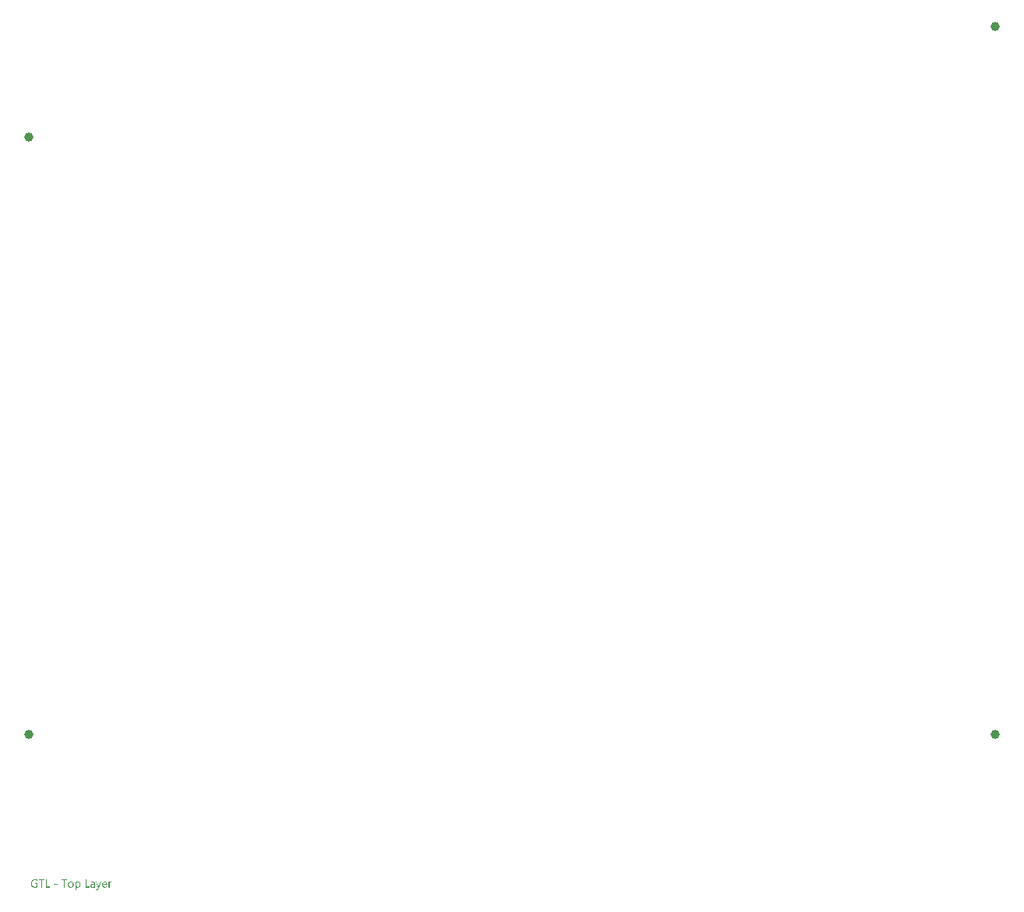
<source format=gtl>
G04*
G04 #@! TF.GenerationSoftware,Altium Limited,Altium Designer,22.11.1 (43)*
G04*
G04 Layer_Physical_Order=1*
G04 Layer_Color=255*
%FSAX26Y26*%
%MOIN*%
G70*
G04*
G04 #@! TF.SameCoordinates,4DE1539D-3C2F-4BBE-9D22-D2A5EFC50442*
G04*
G04*
G04 #@! TF.FilePolarity,Positive*
G04*
G01*
G75*
%ADD11C,0.039370*%
G36*
X00106216Y-00067289D02*
X00106710Y-00067320D01*
X00107297Y-00067351D01*
X00107915Y-00067412D01*
X00108626Y-00067505D01*
X00109368Y-00067598D01*
X00110140Y-00067722D01*
X00110944Y-00067876D01*
X00111747Y-00068061D01*
X00112550Y-00068278D01*
X00113354Y-00068525D01*
X00114157Y-00068803D01*
X00114899Y-00069143D01*
X00114899Y-00073685D01*
X00114837Y-00073654D01*
X00114713Y-00073562D01*
X00114466Y-00073438D01*
X00114157Y-00073253D01*
X00113725Y-00073067D01*
X00113230Y-00072820D01*
X00112674Y-00072604D01*
X00112025Y-00072326D01*
X00111345Y-00072078D01*
X00110573Y-00071831D01*
X00109739Y-00071615D01*
X00108842Y-00071430D01*
X00107885Y-00071244D01*
X00106896Y-00071121D01*
X00105876Y-00071028D01*
X00104794Y-00070997D01*
X00104547Y-00070997D01*
X00104238Y-00071028D01*
X00103806Y-00071059D01*
X00103311Y-00071121D01*
X00102724Y-00071213D01*
X00102075Y-00071337D01*
X00101365Y-00071491D01*
X00100623Y-00071708D01*
X00099850Y-00071986D01*
X00099047Y-00072326D01*
X00098213Y-00072727D01*
X00097409Y-00073191D01*
X00096637Y-00073716D01*
X00095864Y-00074365D01*
X00095123Y-00075076D01*
X00095092Y-00075107D01*
X00094968Y-00075261D01*
X00094783Y-00075477D01*
X00094536Y-00075817D01*
X00094258Y-00076219D01*
X00093918Y-00076683D01*
X00093578Y-00077270D01*
X00093238Y-00077918D01*
X00092898Y-00078629D01*
X00092558Y-00079433D01*
X00092218Y-00080298D01*
X00091940Y-00081225D01*
X00091693Y-00082214D01*
X00091507Y-00083264D01*
X00091384Y-00084407D01*
X00091353Y-00085582D01*
X00091353Y-00085613D01*
X00091353Y-00085644D01*
X00091353Y-00085736D01*
X00091353Y-00085860D01*
X00091353Y-00086045D01*
X00091384Y-00086231D01*
X00091415Y-00086694D01*
X00091446Y-00087250D01*
X00091538Y-00087899D01*
X00091631Y-00088610D01*
X00091786Y-00089382D01*
X00091971Y-00090217D01*
X00092218Y-00091082D01*
X00092496Y-00091947D01*
X00092836Y-00092843D01*
X00093238Y-00093708D01*
X00093701Y-00094543D01*
X00094227Y-00095346D01*
X00094845Y-00096088D01*
X00094876Y-00096119D01*
X00094999Y-00096242D01*
X00095216Y-00096428D01*
X00095494Y-00096675D01*
X00095834Y-00096953D01*
X00096266Y-00097293D01*
X00096760Y-00097633D01*
X00097348Y-00097973D01*
X00097996Y-00098343D01*
X00098707Y-00098683D01*
X00099480Y-00098992D01*
X00100345Y-00099301D01*
X00101241Y-00099549D01*
X00102230Y-00099734D01*
X00103249Y-00099858D01*
X00104362Y-00099888D01*
X00104764Y-00099888D01*
X00105042Y-00099858D01*
X00105412Y-00099827D01*
X00105814Y-00099796D01*
X00106278Y-00099765D01*
X00106803Y-00099672D01*
X00107328Y-00099610D01*
X00107915Y-00099487D01*
X00109090Y-00099209D01*
X00109708Y-00099023D01*
X00110295Y-00098776D01*
X00110882Y-00098529D01*
X00111469Y-00098251D01*
X00111469Y-00088394D01*
X00103775Y-00088394D01*
X00103775Y-00084655D01*
X00115609Y-00084655D01*
X00115609Y-00100599D01*
X00115548Y-00100630D01*
X00115362Y-00100723D01*
X00115084Y-00100877D01*
X00114683Y-00101063D01*
X00114188Y-00101279D01*
X00113601Y-00101526D01*
X00112921Y-00101804D01*
X00112149Y-00102082D01*
X00111314Y-00102360D01*
X00110387Y-00102638D01*
X00109430Y-00102886D01*
X00108410Y-00103102D01*
X00107328Y-00103287D01*
X00106185Y-00103442D01*
X00105042Y-00103535D01*
X00103837Y-00103566D01*
X00103497Y-00103566D01*
X00103342Y-00103535D01*
X00103126Y-00103535D01*
X00102879Y-00103504D01*
X00102601Y-00103504D01*
X00101952Y-00103411D01*
X00101210Y-00103318D01*
X00100407Y-00103164D01*
X00099511Y-00102948D01*
X00098553Y-00102700D01*
X00097564Y-00102391D01*
X00096544Y-00101990D01*
X00095525Y-00101526D01*
X00094505Y-00100970D01*
X00093516Y-00100321D01*
X00092558Y-00099579D01*
X00091662Y-00098745D01*
X00091600Y-00098683D01*
X00091477Y-00098529D01*
X00091229Y-00098251D01*
X00090951Y-00097849D01*
X00090581Y-00097385D01*
X00090210Y-00096798D01*
X00089777Y-00096088D01*
X00089344Y-00095315D01*
X00088912Y-00094450D01*
X00088479Y-00093461D01*
X00088109Y-00092411D01*
X00087738Y-00091267D01*
X00087460Y-00090062D01*
X00087212Y-00088734D01*
X00087089Y-00087343D01*
X00087027Y-00085891D01*
X00087027Y-00085860D01*
X00087027Y-00085798D01*
X00087027Y-00085674D01*
X00087027Y-00085520D01*
X00087058Y-00085335D01*
X00087058Y-00085087D01*
X00087089Y-00084840D01*
X00087120Y-00084531D01*
X00087151Y-00084191D01*
X00087181Y-00083851D01*
X00087305Y-00083048D01*
X00087460Y-00082121D01*
X00087676Y-00081163D01*
X00087954Y-00080112D01*
X00088294Y-00079031D01*
X00088696Y-00077918D01*
X00089190Y-00076806D01*
X00089808Y-00075694D01*
X00090488Y-00074581D01*
X00091291Y-00073531D01*
X00092187Y-00072511D01*
X00092249Y-00072449D01*
X00092434Y-00072295D01*
X00092713Y-00072017D01*
X00093114Y-00071677D01*
X00093640Y-00071306D01*
X00094227Y-00070842D01*
X00094937Y-00070379D01*
X00095772Y-00069885D01*
X00096668Y-00069390D01*
X00097657Y-00068927D01*
X00098707Y-00068463D01*
X00099881Y-00068092D01*
X00101117Y-00067752D01*
X00102415Y-00067474D01*
X00103806Y-00067320D01*
X00105258Y-00067258D01*
X00105814Y-00067258D01*
X00106216Y-00067289D01*
X00106216Y-00067289D02*
G37*
G36*
X00289638Y-00077331D02*
X00289978Y-00077362D01*
X00290380Y-00077393D01*
X00290843Y-00077486D01*
X00291369Y-00077579D01*
X00291956Y-00077733D01*
X00292543Y-00077918D01*
X00293161Y-00078135D01*
X00293779Y-00078413D01*
X00294428Y-00078722D01*
X00295046Y-00079124D01*
X00295633Y-00079587D01*
X00296220Y-00080112D01*
X00296745Y-00080700D01*
X00296776Y-00080730D01*
X00296869Y-00080854D01*
X00296993Y-00081039D01*
X00297178Y-00081317D01*
X00297363Y-00081657D01*
X00297611Y-00082059D01*
X00297858Y-00082553D01*
X00298105Y-00083079D01*
X00298352Y-00083697D01*
X00298599Y-00084377D01*
X00298846Y-00085118D01*
X00299032Y-00085922D01*
X00299217Y-00086787D01*
X00299341Y-00087714D01*
X00299434Y-00088703D01*
X00299464Y-00089722D01*
X00299464Y-00089753D01*
X00299464Y-00089784D01*
X00299464Y-00089877D01*
X00299464Y-00090000D01*
X00299434Y-00090340D01*
X00299403Y-00090773D01*
X00299372Y-00091298D01*
X00299310Y-00091916D01*
X00299217Y-00092596D01*
X00299094Y-00093338D01*
X00298908Y-00094110D01*
X00298723Y-00094944D01*
X00298476Y-00095779D01*
X00298167Y-00096613D01*
X00297827Y-00097447D01*
X00297425Y-00098282D01*
X00296931Y-00099054D01*
X00296405Y-00099796D01*
X00296375Y-00099827D01*
X00296251Y-00099950D01*
X00296096Y-00100136D01*
X00295849Y-00100383D01*
X00295540Y-00100661D01*
X00295169Y-00101001D01*
X00294706Y-00101341D01*
X00294212Y-00101681D01*
X00293655Y-00102020D01*
X00293006Y-00102360D01*
X00292327Y-00102700D01*
X00291585Y-00102978D01*
X00290782Y-00103226D01*
X00289916Y-00103411D01*
X00288989Y-00103535D01*
X00288031Y-00103566D01*
X00287815Y-00103566D01*
X00287568Y-00103535D01*
X00287228Y-00103504D01*
X00286826Y-00103442D01*
X00286363Y-00103349D01*
X00285838Y-00103226D01*
X00285250Y-00103040D01*
X00284663Y-00102824D01*
X00284045Y-00102546D01*
X00283427Y-00102206D01*
X00282779Y-00101804D01*
X00282161Y-00101310D01*
X00281573Y-00100754D01*
X00281017Y-00100105D01*
X00280492Y-00099363D01*
X00280399Y-00099363D01*
X00280399Y-00114504D01*
X00276382Y-00114504D01*
X00276382Y-00077888D01*
X00280399Y-00077888D01*
X00280399Y-00082306D01*
X00280492Y-00082306D01*
X00280523Y-00082245D01*
X00280646Y-00082090D01*
X00280801Y-00081843D01*
X00281048Y-00081534D01*
X00281357Y-00081132D01*
X00281728Y-00080730D01*
X00282191Y-00080267D01*
X00282686Y-00079803D01*
X00283273Y-00079340D01*
X00283922Y-00078876D01*
X00284632Y-00078475D01*
X00285405Y-00078073D01*
X00286239Y-00077764D01*
X00287166Y-00077517D01*
X00288124Y-00077362D01*
X00289175Y-00077300D01*
X00289391Y-00077300D01*
X00289638Y-00077331D01*
X00289638Y-00077331D02*
G37*
G36*
X00430542Y-00077486D02*
X00430882Y-00077486D01*
X00431253Y-00077548D01*
X00431655Y-00077609D01*
X00432056Y-00077671D01*
X00432396Y-00077795D01*
X00432396Y-00081966D01*
X00432334Y-00081936D01*
X00432211Y-00081843D01*
X00431964Y-00081719D01*
X00431624Y-00081565D01*
X00431160Y-00081410D01*
X00430666Y-00081287D01*
X00430048Y-00081194D01*
X00429337Y-00081163D01*
X00429090Y-00081163D01*
X00428905Y-00081194D01*
X00428688Y-00081225D01*
X00428441Y-00081287D01*
X00427854Y-00081472D01*
X00427514Y-00081596D01*
X00427174Y-00081750D01*
X00426803Y-00081966D01*
X00426433Y-00082183D01*
X00426093Y-00082461D01*
X00425722Y-00082801D01*
X00425382Y-00083171D01*
X00425042Y-00083604D01*
X00425011Y-00083635D01*
X00424980Y-00083728D01*
X00424888Y-00083851D01*
X00424764Y-00084037D01*
X00424640Y-00084284D01*
X00424486Y-00084593D01*
X00424331Y-00084933D01*
X00424177Y-00085335D01*
X00424022Y-00085767D01*
X00423868Y-00086261D01*
X00423713Y-00086818D01*
X00423590Y-00087405D01*
X00423466Y-00088054D01*
X00423373Y-00088734D01*
X00423343Y-00089444D01*
X00423312Y-00090217D01*
X00423312Y-00102978D01*
X00419295Y-00102978D01*
X00419295Y-00077888D01*
X00423312Y-00077888D01*
X00423312Y-00083079D01*
X00423404Y-00083079D01*
X00423404Y-00083048D01*
X00423435Y-00082955D01*
X00423497Y-00082832D01*
X00423559Y-00082646D01*
X00423652Y-00082430D01*
X00423775Y-00082152D01*
X00424053Y-00081565D01*
X00424424Y-00080885D01*
X00424888Y-00080205D01*
X00425413Y-00079556D01*
X00426031Y-00078938D01*
X00426062Y-00078907D01*
X00426124Y-00078876D01*
X00426216Y-00078815D01*
X00426340Y-00078691D01*
X00426494Y-00078598D01*
X00426711Y-00078475D01*
X00427174Y-00078197D01*
X00427761Y-00077918D01*
X00428441Y-00077671D01*
X00429183Y-00077517D01*
X00429584Y-00077486D01*
X00429986Y-00077455D01*
X00430233Y-00077455D01*
X00430542Y-00077486D01*
X00430542Y-00077486D02*
G37*
G36*
X00199719Y-00090588D02*
X00186340Y-00090588D01*
X00186340Y-00087436D01*
X00199719Y-00087436D01*
X00199719Y-00090588D01*
X00199719Y-00090588D02*
G37*
G36*
X00377209Y-00106995D02*
X00377209Y-00107026D01*
X00377178Y-00107088D01*
X00377116Y-00107181D01*
X00377054Y-00107335D01*
X00376993Y-00107521D01*
X00376900Y-00107706D01*
X00376653Y-00108201D01*
X00376313Y-00108788D01*
X00375942Y-00109467D01*
X00375478Y-00110147D01*
X00374953Y-00110889D01*
X00374366Y-00111600D01*
X00373717Y-00112310D01*
X00373007Y-00112990D01*
X00372234Y-00113577D01*
X00371400Y-00114072D01*
X00370967Y-00114257D01*
X00370504Y-00114442D01*
X00370040Y-00114597D01*
X00369546Y-00114689D01*
X00369051Y-00114751D01*
X00368526Y-00114782D01*
X00368279Y-00114782D01*
X00367970Y-00114751D01*
X00367599Y-00114751D01*
X00367197Y-00114689D01*
X00366765Y-00114628D01*
X00366301Y-00114566D01*
X00365899Y-00114442D01*
X00365899Y-00110858D01*
X00365961Y-00110889D01*
X00366116Y-00110920D01*
X00366363Y-00110981D01*
X00366672Y-00111074D01*
X00367043Y-00111167D01*
X00367445Y-00111229D01*
X00367877Y-00111260D01*
X00368279Y-00111290D01*
X00368402Y-00111290D01*
X00368557Y-00111260D01*
X00368773Y-00111229D01*
X00369020Y-00111167D01*
X00369329Y-00111105D01*
X00369638Y-00110981D01*
X00370009Y-00110827D01*
X00370349Y-00110642D01*
X00370751Y-00110394D01*
X00371122Y-00110116D01*
X00371492Y-00109776D01*
X00371863Y-00109344D01*
X00372234Y-00108880D01*
X00372543Y-00108324D01*
X00372852Y-00107675D01*
X00374861Y-00102948D01*
X00365065Y-00077888D01*
X00369515Y-00077888D01*
X00376313Y-00097200D01*
X00376313Y-00097231D01*
X00376344Y-00097293D01*
X00376375Y-00097385D01*
X00376436Y-00097571D01*
X00376498Y-00097818D01*
X00376560Y-00098158D01*
X00376684Y-00098591D01*
X00376807Y-00099116D01*
X00376962Y-00099116D01*
X00376962Y-00099085D01*
X00376993Y-00098992D01*
X00377024Y-00098869D01*
X00377085Y-00098652D01*
X00377147Y-00098405D01*
X00377209Y-00098096D01*
X00377332Y-00097695D01*
X00377456Y-00097262D01*
X00384594Y-00077888D01*
X00388735Y-00077888D01*
X00377209Y-00106995D01*
X00377209Y-00106995D02*
G37*
G36*
X00352736Y-00077331D02*
X00352952Y-00077331D01*
X00353169Y-00077362D01*
X00353447Y-00077393D01*
X00353756Y-00077455D01*
X00354405Y-00077579D01*
X00355177Y-00077795D01*
X00355950Y-00078073D01*
X00356784Y-00078475D01*
X00357618Y-00078969D01*
X00358020Y-00079247D01*
X00358422Y-00079587D01*
X00358793Y-00079958D01*
X00359163Y-00080329D01*
X00359503Y-00080761D01*
X00359812Y-00081256D01*
X00360121Y-00081750D01*
X00360399Y-00082306D01*
X00360616Y-00082924D01*
X00360832Y-00083573D01*
X00360986Y-00084253D01*
X00361110Y-00085025D01*
X00361172Y-00085798D01*
X00361203Y-00086663D01*
X00361203Y-00102978D01*
X00357186Y-00102978D01*
X00357186Y-00099085D01*
X00357093Y-00099085D01*
X00357062Y-00099147D01*
X00356969Y-00099270D01*
X00356815Y-00099487D01*
X00356599Y-00099796D01*
X00356320Y-00100136D01*
X00355981Y-00100506D01*
X00355610Y-00100908D01*
X00355146Y-00101310D01*
X00354621Y-00101742D01*
X00354065Y-00102144D01*
X00353416Y-00102515D01*
X00352736Y-00102855D01*
X00351964Y-00103164D01*
X00351160Y-00103380D01*
X00350295Y-00103504D01*
X00349368Y-00103566D01*
X00348997Y-00103566D01*
X00348750Y-00103535D01*
X00348441Y-00103504D01*
X00348070Y-00103473D01*
X00347668Y-00103411D01*
X00347236Y-00103318D01*
X00346278Y-00103071D01*
X00345815Y-00102917D01*
X00345320Y-00102731D01*
X00344826Y-00102515D01*
X00344362Y-00102237D01*
X00343930Y-00101928D01*
X00343497Y-00101588D01*
X00343466Y-00101557D01*
X00343404Y-00101495D01*
X00343312Y-00101372D01*
X00343157Y-00101217D01*
X00343003Y-00101032D01*
X00342848Y-00100784D01*
X00342632Y-00100506D01*
X00342446Y-00100197D01*
X00342261Y-00099827D01*
X00342076Y-00099425D01*
X00341890Y-00098992D01*
X00341736Y-00098529D01*
X00341581Y-00098034D01*
X00341488Y-00097509D01*
X00341427Y-00096922D01*
X00341396Y-00096335D01*
X00341396Y-00096304D01*
X00341396Y-00096242D01*
X00341396Y-00096150D01*
X00341427Y-00096026D01*
X00341427Y-00095871D01*
X00341458Y-00095686D01*
X00341519Y-00095222D01*
X00341643Y-00094666D01*
X00341828Y-00094048D01*
X00342076Y-00093368D01*
X00342446Y-00092658D01*
X00342879Y-00091947D01*
X00343404Y-00091236D01*
X00343744Y-00090897D01*
X00344084Y-00090557D01*
X00344486Y-00090217D01*
X00344887Y-00089908D01*
X00345351Y-00089599D01*
X00345845Y-00089321D01*
X00346371Y-00089073D01*
X00346958Y-00088826D01*
X00347576Y-00088610D01*
X00348225Y-00088424D01*
X00348935Y-00088270D01*
X00349677Y-00088146D01*
X00357186Y-00087096D01*
X00357186Y-00087065D01*
X00357186Y-00087034D01*
X00357186Y-00086941D01*
X00357186Y-00086818D01*
X00357155Y-00086509D01*
X00357093Y-00086107D01*
X00357031Y-00085613D01*
X00356908Y-00085056D01*
X00356753Y-00084500D01*
X00356537Y-00083882D01*
X00356259Y-00083295D01*
X00355919Y-00082708D01*
X00355517Y-00082183D01*
X00355023Y-00081688D01*
X00354405Y-00081287D01*
X00353725Y-00080978D01*
X00353354Y-00080854D01*
X00352921Y-00080761D01*
X00352489Y-00080730D01*
X00352025Y-00080700D01*
X00351809Y-00080700D01*
X00351593Y-00080730D01*
X00351253Y-00080761D01*
X00350851Y-00080792D01*
X00350388Y-00080854D01*
X00349862Y-00080947D01*
X00349306Y-00081070D01*
X00348688Y-00081256D01*
X00348039Y-00081441D01*
X00347360Y-00081688D01*
X00346649Y-00081997D01*
X00345938Y-00082368D01*
X00345227Y-00082770D01*
X00344517Y-00083233D01*
X00343837Y-00083790D01*
X00343837Y-00079680D01*
X00343868Y-00079649D01*
X00343991Y-00079587D01*
X00344208Y-00079463D01*
X00344486Y-00079309D01*
X00344857Y-00079124D01*
X00345258Y-00078938D01*
X00345753Y-00078722D01*
X00346309Y-00078475D01*
X00346896Y-00078258D01*
X00347545Y-00078042D01*
X00348256Y-00077857D01*
X00348997Y-00077671D01*
X00349801Y-00077517D01*
X00350604Y-00077393D01*
X00351469Y-00077331D01*
X00352365Y-00077300D01*
X00352582Y-00077300D01*
X00352736Y-00077331D01*
X00352736Y-00077331D02*
G37*
G36*
X00324308Y-00099270D02*
X00338429Y-00099270D01*
X00338429Y-00102978D01*
X00320198Y-00102978D01*
X00320198Y-00067845D01*
X00324308Y-00067845D01*
X00324308Y-00099270D01*
X00324308Y-00099270D02*
G37*
G36*
X00241990Y-00071584D02*
X00231855Y-00071584D01*
X00231855Y-00102978D01*
X00227746Y-00102978D01*
X00227746Y-00071584D01*
X00217610Y-00071584D01*
X00217610Y-00067845D01*
X00241990Y-00067845D01*
X00241990Y-00071584D01*
X00241990Y-00071584D02*
G37*
G36*
X00154173Y-00099270D02*
X00168294Y-00099270D01*
X00168294Y-00102978D01*
X00150063Y-00102978D01*
X00150063Y-00067845D01*
X00154173Y-00067845D01*
X00154173Y-00099270D01*
X00154173Y-00099270D02*
G37*
G36*
X00144532Y-00071584D02*
X00134397Y-00071584D01*
X00134397Y-00102978D01*
X00130287Y-00102978D01*
X00130287Y-00071584D01*
X00120152Y-00071584D01*
X00120152Y-00067845D01*
X00144532Y-00067845D01*
X00144532Y-00071584D01*
X00144532Y-00071584D02*
G37*
G36*
X00403381Y-00077331D02*
X00403721Y-00077362D01*
X00404154Y-00077393D01*
X00404617Y-00077455D01*
X00405142Y-00077579D01*
X00405699Y-00077702D01*
X00406317Y-00077857D01*
X00406935Y-00078073D01*
X00407553Y-00078351D01*
X00408202Y-00078660D01*
X00408820Y-00079031D01*
X00409407Y-00079463D01*
X00409994Y-00079958D01*
X00410519Y-00080514D01*
X00410550Y-00080545D01*
X00410643Y-00080669D01*
X00410766Y-00080854D01*
X00410952Y-00081101D01*
X00411137Y-00081410D01*
X00411384Y-00081812D01*
X00411632Y-00082275D01*
X00411879Y-00082801D01*
X00412126Y-00083419D01*
X00412373Y-00084068D01*
X00412620Y-00084809D01*
X00412806Y-00085582D01*
X00412991Y-00086447D01*
X00413115Y-00087343D01*
X00413207Y-00088332D01*
X00413238Y-00089352D01*
X00413238Y-00091453D01*
X00395502Y-00091453D01*
X00395502Y-00091514D01*
X00395502Y-00091638D01*
X00395533Y-00091854D01*
X00395563Y-00092132D01*
X00395594Y-00092503D01*
X00395656Y-00092905D01*
X00395718Y-00093338D01*
X00395842Y-00093832D01*
X00396120Y-00094883D01*
X00396305Y-00095408D01*
X00396521Y-00095964D01*
X00396769Y-00096489D01*
X00397047Y-00097015D01*
X00397387Y-00097478D01*
X00397757Y-00097942D01*
X00397788Y-00097973D01*
X00397850Y-00098034D01*
X00397974Y-00098158D01*
X00398159Y-00098282D01*
X00398375Y-00098467D01*
X00398654Y-00098652D01*
X00398962Y-00098869D01*
X00399302Y-00099054D01*
X00399704Y-00099270D01*
X00400168Y-00099487D01*
X00400631Y-00099672D01*
X00401187Y-00099858D01*
X00401743Y-00099981D01*
X00402361Y-00100105D01*
X00403010Y-00100166D01*
X00403690Y-00100197D01*
X00403876Y-00100197D01*
X00404092Y-00100166D01*
X00404401Y-00100166D01*
X00404772Y-00100105D01*
X00405204Y-00100043D01*
X00405699Y-00099950D01*
X00406255Y-00099858D01*
X00406842Y-00099703D01*
X00407460Y-00099518D01*
X00408109Y-00099301D01*
X00408758Y-00099023D01*
X00409438Y-00098714D01*
X00410117Y-00098343D01*
X00410797Y-00097911D01*
X00411477Y-00097416D01*
X00411477Y-00101186D01*
X00411446Y-00101217D01*
X00411322Y-00101279D01*
X00411137Y-00101403D01*
X00410890Y-00101557D01*
X00410550Y-00101742D01*
X00410148Y-00101928D01*
X00409685Y-00102144D01*
X00409159Y-00102360D01*
X00408541Y-00102608D01*
X00407893Y-00102824D01*
X00407182Y-00103009D01*
X00406409Y-00103195D01*
X00405575Y-00103349D01*
X00404679Y-00103473D01*
X00403721Y-00103535D01*
X00402732Y-00103566D01*
X00402485Y-00103566D01*
X00402238Y-00103535D01*
X00401867Y-00103504D01*
X00401404Y-00103473D01*
X00400878Y-00103380D01*
X00400322Y-00103287D01*
X00399704Y-00103133D01*
X00399055Y-00102948D01*
X00398375Y-00102731D01*
X00397665Y-00102453D01*
X00396985Y-00102144D01*
X00396274Y-00101742D01*
X00395625Y-00101279D01*
X00394976Y-00100754D01*
X00394389Y-00100166D01*
X00394358Y-00100136D01*
X00394266Y-00100012D01*
X00394111Y-00099796D01*
X00393926Y-00099518D01*
X00393679Y-00099178D01*
X00393431Y-00098745D01*
X00393153Y-00098251D01*
X00392875Y-00097664D01*
X00392597Y-00097046D01*
X00392319Y-00096304D01*
X00392072Y-00095531D01*
X00391825Y-00094666D01*
X00391639Y-00093739D01*
X00391485Y-00092751D01*
X00391392Y-00091669D01*
X00391361Y-00090557D01*
X00391361Y-00090526D01*
X00391361Y-00090495D01*
X00391361Y-00090402D01*
X00391361Y-00090309D01*
X00391392Y-00090000D01*
X00391423Y-00089568D01*
X00391454Y-00089073D01*
X00391546Y-00088517D01*
X00391639Y-00087868D01*
X00391763Y-00087158D01*
X00391948Y-00086416D01*
X00392164Y-00085644D01*
X00392443Y-00084840D01*
X00392752Y-00084037D01*
X00393122Y-00083264D01*
X00393586Y-00082461D01*
X00394080Y-00081719D01*
X00394667Y-00081008D01*
X00394698Y-00080978D01*
X00394822Y-00080854D01*
X00395007Y-00080669D01*
X00395255Y-00080421D01*
X00395594Y-00080143D01*
X00395996Y-00079834D01*
X00396429Y-00079494D01*
X00396954Y-00079154D01*
X00397510Y-00078815D01*
X00398159Y-00078475D01*
X00398839Y-00078166D01*
X00399550Y-00077888D01*
X00400322Y-00077640D01*
X00401156Y-00077455D01*
X00402022Y-00077331D01*
X00402918Y-00077300D01*
X00403134Y-00077300D01*
X00403381Y-00077331D01*
X00403381Y-00077331D02*
G37*
G36*
X00258584Y-00077331D02*
X00258986Y-00077362D01*
X00259449Y-00077393D01*
X00260005Y-00077486D01*
X00260592Y-00077579D01*
X00261241Y-00077733D01*
X00261952Y-00077918D01*
X00262663Y-00078135D01*
X00263373Y-00078413D01*
X00264115Y-00078753D01*
X00264826Y-00079154D01*
X00265536Y-00079618D01*
X00266185Y-00080143D01*
X00266803Y-00080761D01*
X00266834Y-00080792D01*
X00266927Y-00080916D01*
X00267081Y-00081132D01*
X00267298Y-00081410D01*
X00267545Y-00081750D01*
X00267792Y-00082183D01*
X00268101Y-00082677D01*
X00268379Y-00083264D01*
X00268688Y-00083913D01*
X00268966Y-00084624D01*
X00269213Y-00085396D01*
X00269461Y-00086261D01*
X00269677Y-00087189D01*
X00269831Y-00088177D01*
X00269924Y-00089228D01*
X00269955Y-00090340D01*
X00269955Y-00090371D01*
X00269955Y-00090402D01*
X00269955Y-00090495D01*
X00269955Y-00090618D01*
X00269924Y-00090927D01*
X00269893Y-00091329D01*
X00269862Y-00091854D01*
X00269770Y-00092442D01*
X00269677Y-00093090D01*
X00269522Y-00093801D01*
X00269337Y-00094543D01*
X00269121Y-00095346D01*
X00268843Y-00096150D01*
X00268534Y-00096953D01*
X00268132Y-00097756D01*
X00267668Y-00098529D01*
X00267143Y-00099270D01*
X00266556Y-00099981D01*
X00266525Y-00100012D01*
X00266401Y-00100136D01*
X00266216Y-00100321D01*
X00265938Y-00100537D01*
X00265598Y-00100815D01*
X00265196Y-00101124D01*
X00264702Y-00101433D01*
X00264146Y-00101773D01*
X00263528Y-00102113D01*
X00262848Y-00102422D01*
X00262106Y-00102731D01*
X00261303Y-00103009D01*
X00260407Y-00103226D01*
X00259480Y-00103411D01*
X00258522Y-00103535D01*
X00257471Y-00103566D01*
X00257224Y-00103566D01*
X00256946Y-00103535D01*
X00256544Y-00103504D01*
X00256081Y-00103473D01*
X00255525Y-00103380D01*
X00254938Y-00103287D01*
X00254289Y-00103133D01*
X00253578Y-00102948D01*
X00252867Y-00102700D01*
X00252126Y-00102422D01*
X00251384Y-00102082D01*
X00250643Y-00101681D01*
X00249901Y-00101217D01*
X00249221Y-00100692D01*
X00248572Y-00100074D01*
X00248541Y-00100043D01*
X00248418Y-00099919D01*
X00248263Y-00099703D01*
X00248047Y-00099425D01*
X00247800Y-00099085D01*
X00247522Y-00098652D01*
X00247244Y-00098158D01*
X00246935Y-00097571D01*
X00246625Y-00096953D01*
X00246316Y-00096242D01*
X00246038Y-00095470D01*
X00245791Y-00094635D01*
X00245575Y-00093770D01*
X00245420Y-00092812D01*
X00245297Y-00091793D01*
X00245266Y-00090742D01*
X00245266Y-00090711D01*
X00245266Y-00090680D01*
X00245266Y-00090588D01*
X00245266Y-00090464D01*
X00245297Y-00090124D01*
X00245328Y-00089691D01*
X00245359Y-00089166D01*
X00245451Y-00088548D01*
X00245544Y-00087868D01*
X00245698Y-00087127D01*
X00245884Y-00086354D01*
X00246100Y-00085551D01*
X00246378Y-00084716D01*
X00246718Y-00083882D01*
X00247120Y-00083079D01*
X00247553Y-00082306D01*
X00248078Y-00081565D01*
X00248696Y-00080854D01*
X00248727Y-00080823D01*
X00248850Y-00080700D01*
X00249067Y-00080514D01*
X00249345Y-00080298D01*
X00249685Y-00080020D01*
X00250117Y-00079742D01*
X00250612Y-00079402D01*
X00251168Y-00079062D01*
X00251786Y-00078753D01*
X00252496Y-00078413D01*
X00253269Y-00078135D01*
X00254103Y-00077857D01*
X00254999Y-00077640D01*
X00255957Y-00077455D01*
X00256977Y-00077331D01*
X00258058Y-00077300D01*
X00258306Y-00077300D01*
X00258584Y-00077331D01*
X00258584Y-00077331D02*
G37*
%LPC*%
G36*
X00288186Y-00080700D02*
X00287846Y-00080700D01*
X00287599Y-00080730D01*
X00287290Y-00080761D01*
X00286950Y-00080823D01*
X00286579Y-00080916D01*
X00286147Y-00081008D01*
X00285714Y-00081132D01*
X00285250Y-00081287D01*
X00284787Y-00081503D01*
X00284324Y-00081719D01*
X00283860Y-00081997D01*
X00283397Y-00082337D01*
X00282933Y-00082708D01*
X00282531Y-00083141D01*
X00282500Y-00083171D01*
X00282439Y-00083264D01*
X00282346Y-00083388D01*
X00282191Y-00083573D01*
X00282037Y-00083820D01*
X00281851Y-00084099D01*
X00281666Y-00084438D01*
X00281481Y-00084809D01*
X00281264Y-00085242D01*
X00281079Y-00085705D01*
X00280894Y-00086200D01*
X00280739Y-00086756D01*
X00280585Y-00087343D01*
X00280492Y-00087930D01*
X00280430Y-00088579D01*
X00280399Y-00089259D01*
X00280399Y-00092751D01*
X00280399Y-00092781D01*
X00280399Y-00092874D01*
X00280399Y-00093059D01*
X00280430Y-00093276D01*
X00280461Y-00093554D01*
X00280492Y-00093863D01*
X00280554Y-00094203D01*
X00280646Y-00094574D01*
X00280894Y-00095408D01*
X00281048Y-00095841D01*
X00281233Y-00096304D01*
X00281481Y-00096737D01*
X00281759Y-00097200D01*
X00282068Y-00097633D01*
X00282408Y-00098034D01*
X00282439Y-00098065D01*
X00282500Y-00098127D01*
X00282624Y-00098220D01*
X00282779Y-00098374D01*
X00282964Y-00098529D01*
X00283211Y-00098714D01*
X00283489Y-00098900D01*
X00283829Y-00099116D01*
X00284169Y-00099301D01*
X00284571Y-00099518D01*
X00285003Y-00099703D01*
X00285436Y-00099858D01*
X00285930Y-00100012D01*
X00286456Y-00100105D01*
X00287012Y-00100166D01*
X00287568Y-00100197D01*
X00287723Y-00100197D01*
X00287908Y-00100166D01*
X00288186Y-00100166D01*
X00288464Y-00100105D01*
X00288835Y-00100043D01*
X00289237Y-00099950D01*
X00289638Y-00099858D01*
X00290102Y-00099703D01*
X00290565Y-00099518D01*
X00291029Y-00099301D01*
X00291523Y-00099023D01*
X00291987Y-00098714D01*
X00292450Y-00098343D01*
X00292883Y-00097911D01*
X00293284Y-00097416D01*
X00293315Y-00097385D01*
X00293377Y-00097293D01*
X00293470Y-00097138D01*
X00293624Y-00096891D01*
X00293779Y-00096613D01*
X00293933Y-00096273D01*
X00294119Y-00095841D01*
X00294335Y-00095377D01*
X00294521Y-00094852D01*
X00294706Y-00094265D01*
X00294860Y-00093647D01*
X00295046Y-00092936D01*
X00295169Y-00092194D01*
X00295262Y-00091391D01*
X00295324Y-00090526D01*
X00295355Y-00089630D01*
X00295355Y-00089568D01*
X00295355Y-00089444D01*
X00295355Y-00089228D01*
X00295324Y-00088950D01*
X00295293Y-00088579D01*
X00295262Y-00088177D01*
X00295200Y-00087745D01*
X00295108Y-00087250D01*
X00294891Y-00086200D01*
X00294737Y-00085644D01*
X00294521Y-00085118D01*
X00294304Y-00084562D01*
X00294057Y-00084037D01*
X00293748Y-00083542D01*
X00293408Y-00083079D01*
X00293377Y-00083048D01*
X00293315Y-00082986D01*
X00293223Y-00082862D01*
X00293068Y-00082708D01*
X00292852Y-00082523D01*
X00292636Y-00082337D01*
X00292358Y-00082121D01*
X00292048Y-00081874D01*
X00291678Y-00081657D01*
X00291307Y-00081441D01*
X00290874Y-00081256D01*
X00290411Y-00081070D01*
X00289885Y-00080916D01*
X00289360Y-00080792D01*
X00288804Y-00080730D01*
X00288186Y-00080700D01*
X00288186Y-00080700D02*
G37*
G36*
X00357186Y-00090309D02*
X00351129Y-00091144D01*
X00351098Y-00091144D01*
X00351006Y-00091175D01*
X00350851Y-00091175D01*
X00350666Y-00091206D01*
X00350450Y-00091267D01*
X00350171Y-00091329D01*
X00349553Y-00091453D01*
X00348874Y-00091638D01*
X00348194Y-00091885D01*
X00347514Y-00092194D01*
X00347205Y-00092349D01*
X00346927Y-00092534D01*
X00346865Y-00092596D01*
X00346711Y-00092720D01*
X00346463Y-00092967D01*
X00346216Y-00093338D01*
X00345969Y-00093832D01*
X00345845Y-00094110D01*
X00345722Y-00094419D01*
X00345629Y-00094759D01*
X00345567Y-00095161D01*
X00345536Y-00095562D01*
X00345505Y-00096026D01*
X00345505Y-00096057D01*
X00345505Y-00096119D01*
X00345505Y-00096211D01*
X00345536Y-00096335D01*
X00345567Y-00096675D01*
X00345660Y-00097107D01*
X00345815Y-00097571D01*
X00346062Y-00098096D01*
X00346371Y-00098591D01*
X00346803Y-00099054D01*
X00346834Y-00099054D01*
X00346865Y-00099116D01*
X00347050Y-00099240D01*
X00347329Y-00099425D01*
X00347730Y-00099610D01*
X00348256Y-00099827D01*
X00348843Y-00100012D01*
X00349553Y-00100136D01*
X00350326Y-00100197D01*
X00350604Y-00100197D01*
X00350820Y-00100166D01*
X00351067Y-00100136D01*
X00351377Y-00100074D01*
X00351685Y-00100012D01*
X00352056Y-00099919D01*
X00352829Y-00099672D01*
X00353231Y-00099518D01*
X00353663Y-00099301D01*
X00354065Y-00099054D01*
X00354466Y-00098776D01*
X00354868Y-00098467D01*
X00355239Y-00098096D01*
X00355270Y-00098065D01*
X00355332Y-00098004D01*
X00355424Y-00097880D01*
X00355548Y-00097725D01*
X00355702Y-00097509D01*
X00355857Y-00097262D01*
X00356042Y-00096984D01*
X00356228Y-00096644D01*
X00356382Y-00096273D01*
X00356568Y-00095871D01*
X00356722Y-00095439D01*
X00356877Y-00094975D01*
X00357000Y-00094481D01*
X00357093Y-00093956D01*
X00357155Y-00093399D01*
X00357186Y-00092812D01*
X00357186Y-00090309D01*
X00357186Y-00090309D02*
G37*
G36*
X00402856Y-00080700D02*
X00402578Y-00080700D01*
X00402392Y-00080730D01*
X00402145Y-00080761D01*
X00401836Y-00080792D01*
X00401527Y-00080854D01*
X00401187Y-00080947D01*
X00400415Y-00081194D01*
X00400013Y-00081348D01*
X00399611Y-00081565D01*
X00399210Y-00081781D01*
X00398777Y-00082059D01*
X00398406Y-00082368D01*
X00398005Y-00082739D01*
X00397974Y-00082770D01*
X00397912Y-00082832D01*
X00397819Y-00082955D01*
X00397696Y-00083110D01*
X00397541Y-00083326D01*
X00397356Y-00083542D01*
X00397170Y-00083851D01*
X00396954Y-00084160D01*
X00396738Y-00084531D01*
X00396552Y-00084933D01*
X00396336Y-00085365D01*
X00396151Y-00085829D01*
X00395965Y-00086354D01*
X00395811Y-00086879D01*
X00395656Y-00087467D01*
X00395563Y-00088054D01*
X00409129Y-00088054D01*
X00409129Y-00088023D01*
X00409129Y-00087899D01*
X00409129Y-00087714D01*
X00409098Y-00087467D01*
X00409067Y-00087189D01*
X00409036Y-00086849D01*
X00408974Y-00086478D01*
X00408912Y-00086076D01*
X00408696Y-00085211D01*
X00408387Y-00084284D01*
X00408202Y-00083851D01*
X00407985Y-00083419D01*
X00407738Y-00083017D01*
X00407429Y-00082646D01*
X00407398Y-00082615D01*
X00407367Y-00082553D01*
X00407275Y-00082461D01*
X00407120Y-00082337D01*
X00406966Y-00082183D01*
X00406749Y-00082028D01*
X00406533Y-00081843D01*
X00406255Y-00081657D01*
X00405946Y-00081503D01*
X00405606Y-00081317D01*
X00405204Y-00081163D01*
X00404803Y-00081008D01*
X00404370Y-00080885D01*
X00403906Y-00080792D01*
X00403381Y-00080730D01*
X00402856Y-00080700D01*
X00402856Y-00080700D02*
G37*
G36*
X00257750Y-00080700D02*
X00257595Y-00080700D01*
X00257379Y-00080730D01*
X00257101Y-00080730D01*
X00256792Y-00080792D01*
X00256421Y-00080823D01*
X00255988Y-00080916D01*
X00255525Y-00081039D01*
X00255061Y-00081163D01*
X00254567Y-00081348D01*
X00254042Y-00081565D01*
X00253547Y-00081812D01*
X00253022Y-00082121D01*
X00252527Y-00082461D01*
X00252064Y-00082862D01*
X00251631Y-00083326D01*
X00251600Y-00083357D01*
X00251539Y-00083450D01*
X00251415Y-00083604D01*
X00251291Y-00083820D01*
X00251106Y-00084068D01*
X00250921Y-00084407D01*
X00250704Y-00084778D01*
X00250519Y-00085211D01*
X00250303Y-00085705D01*
X00250086Y-00086261D01*
X00249901Y-00086849D01*
X00249715Y-00087498D01*
X00249592Y-00088208D01*
X00249468Y-00088950D01*
X00249406Y-00089753D01*
X00249376Y-00090588D01*
X00249376Y-00090649D01*
X00249376Y-00090773D01*
X00249406Y-00091020D01*
X00249406Y-00091329D01*
X00249437Y-00091700D01*
X00249499Y-00092132D01*
X00249561Y-00092627D01*
X00249654Y-00093152D01*
X00249777Y-00093708D01*
X00249932Y-00094265D01*
X00250117Y-00094852D01*
X00250333Y-00095439D01*
X00250581Y-00096026D01*
X00250890Y-00096582D01*
X00251230Y-00097138D01*
X00251631Y-00097633D01*
X00251662Y-00097664D01*
X00251724Y-00097756D01*
X00251879Y-00097880D01*
X00252064Y-00098034D01*
X00252280Y-00098220D01*
X00252558Y-00098436D01*
X00252898Y-00098683D01*
X00253269Y-00098900D01*
X00253671Y-00099147D01*
X00254134Y-00099394D01*
X00254629Y-00099610D01*
X00255185Y-00099796D01*
X00255772Y-00099950D01*
X00256390Y-00100074D01*
X00257039Y-00100166D01*
X00257750Y-00100197D01*
X00257935Y-00100197D01*
X00258120Y-00100166D01*
X00258398Y-00100166D01*
X00258707Y-00100105D01*
X00259078Y-00100074D01*
X00259511Y-00099981D01*
X00259974Y-00099888D01*
X00260438Y-00099765D01*
X00260932Y-00099579D01*
X00261427Y-00099394D01*
X00261921Y-00099147D01*
X00262415Y-00098869D01*
X00262879Y-00098529D01*
X00263342Y-00098127D01*
X00263744Y-00097695D01*
X00263775Y-00097664D01*
X00263837Y-00097571D01*
X00263930Y-00097416D01*
X00264084Y-00097231D01*
X00264238Y-00096953D01*
X00264424Y-00096644D01*
X00264609Y-00096273D01*
X00264795Y-00095841D01*
X00264980Y-00095346D01*
X00265196Y-00094821D01*
X00265351Y-00094234D01*
X00265505Y-00093585D01*
X00265660Y-00092905D01*
X00265753Y-00092132D01*
X00265814Y-00091329D01*
X00265845Y-00090495D01*
X00265845Y-00090433D01*
X00265845Y-00090278D01*
X00265845Y-00090031D01*
X00265814Y-00089722D01*
X00265784Y-00089321D01*
X00265722Y-00088888D01*
X00265660Y-00088363D01*
X00265598Y-00087837D01*
X00265320Y-00086663D01*
X00265166Y-00086076D01*
X00264949Y-00085458D01*
X00264733Y-00084871D01*
X00264424Y-00084315D01*
X00264115Y-00083759D01*
X00263744Y-00083264D01*
X00263713Y-00083233D01*
X00263651Y-00083141D01*
X00263528Y-00083017D01*
X00263342Y-00082862D01*
X00263126Y-00082677D01*
X00262879Y-00082461D01*
X00262570Y-00082214D01*
X00262199Y-00081966D01*
X00261797Y-00081750D01*
X00261365Y-00081503D01*
X00260870Y-00081287D01*
X00260345Y-00081101D01*
X00259758Y-00080947D01*
X00259140Y-00080823D01*
X00258460Y-00080730D01*
X00257750Y-00080700D01*
X00257750Y-00080700D02*
G37*
%LPD*%
D11*
X00078740Y00551181D02*
D03*
X00078740Y03110236D02*
D03*
X04212598Y00551181D02*
D03*
X04212598Y03582677D02*
D03*
M02*

</source>
